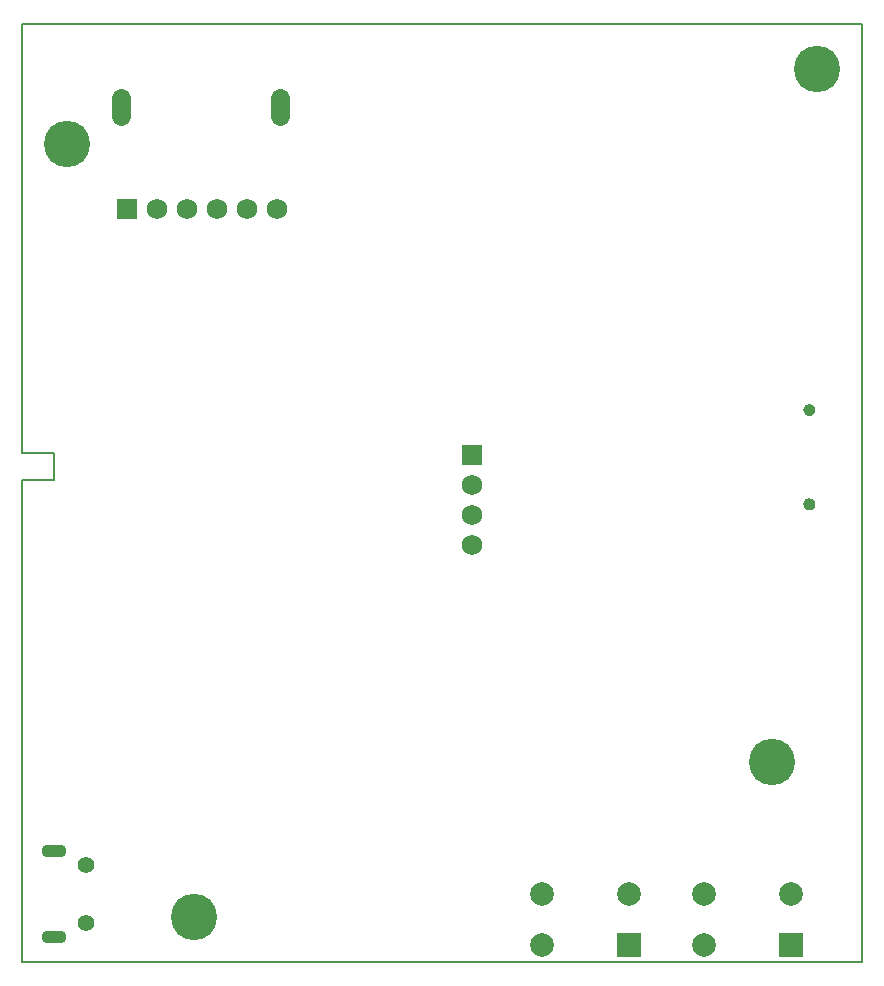
<source format=gbs>
G75*
%MOIN*%
%OFA0B0*%
%FSLAX25Y25*%
%IPPOS*%
%LPD*%
%AMOC8*
5,1,8,0,0,1.08239X$1,22.5*
%
%ADD10C,0.00600*%
%ADD11C,0.00000*%
%ADD12C,0.03943*%
%ADD13C,0.06400*%
%ADD14C,0.05550*%
%ADD15C,0.04400*%
%ADD16R,0.07900X0.07900*%
%ADD17C,0.07900*%
%ADD18R,0.06900X0.06900*%
%ADD19C,0.06900*%
%ADD20C,0.15424*%
D10*
X0011353Y0001400D02*
X0011353Y0161900D01*
X0022103Y0161900D01*
X0022103Y0170900D01*
X0011353Y0170900D01*
X0011353Y0313900D01*
X0291353Y0313900D01*
X0291353Y0001400D01*
X0011353Y0001400D01*
D11*
X0011404Y0127817D02*
X0011404Y0161872D01*
X0022034Y0161872D01*
X0022034Y0170928D01*
X0011404Y0170928D01*
X0011404Y0186872D01*
X0271920Y0185408D02*
X0271922Y0185492D01*
X0271928Y0185575D01*
X0271938Y0185658D01*
X0271952Y0185741D01*
X0271969Y0185823D01*
X0271991Y0185904D01*
X0272016Y0185983D01*
X0272045Y0186062D01*
X0272078Y0186139D01*
X0272114Y0186214D01*
X0272154Y0186288D01*
X0272197Y0186360D01*
X0272244Y0186429D01*
X0272294Y0186496D01*
X0272347Y0186561D01*
X0272403Y0186623D01*
X0272461Y0186683D01*
X0272523Y0186740D01*
X0272587Y0186793D01*
X0272654Y0186844D01*
X0272723Y0186891D01*
X0272794Y0186936D01*
X0272867Y0186976D01*
X0272942Y0187013D01*
X0273019Y0187047D01*
X0273097Y0187077D01*
X0273176Y0187103D01*
X0273257Y0187126D01*
X0273339Y0187144D01*
X0273421Y0187159D01*
X0273504Y0187170D01*
X0273587Y0187177D01*
X0273671Y0187180D01*
X0273755Y0187179D01*
X0273838Y0187174D01*
X0273922Y0187165D01*
X0274004Y0187152D01*
X0274086Y0187136D01*
X0274167Y0187115D01*
X0274248Y0187091D01*
X0274326Y0187063D01*
X0274404Y0187031D01*
X0274480Y0186995D01*
X0274554Y0186956D01*
X0274626Y0186914D01*
X0274696Y0186868D01*
X0274764Y0186819D01*
X0274829Y0186767D01*
X0274892Y0186712D01*
X0274952Y0186654D01*
X0275010Y0186593D01*
X0275064Y0186529D01*
X0275116Y0186463D01*
X0275164Y0186395D01*
X0275209Y0186324D01*
X0275250Y0186251D01*
X0275289Y0186177D01*
X0275323Y0186101D01*
X0275354Y0186023D01*
X0275381Y0185944D01*
X0275405Y0185863D01*
X0275424Y0185782D01*
X0275440Y0185700D01*
X0275452Y0185617D01*
X0275460Y0185533D01*
X0275464Y0185450D01*
X0275464Y0185366D01*
X0275460Y0185283D01*
X0275452Y0185199D01*
X0275440Y0185116D01*
X0275424Y0185034D01*
X0275405Y0184953D01*
X0275381Y0184872D01*
X0275354Y0184793D01*
X0275323Y0184715D01*
X0275289Y0184639D01*
X0275250Y0184565D01*
X0275209Y0184492D01*
X0275164Y0184421D01*
X0275116Y0184353D01*
X0275064Y0184287D01*
X0275010Y0184223D01*
X0274952Y0184162D01*
X0274892Y0184104D01*
X0274829Y0184049D01*
X0274764Y0183997D01*
X0274696Y0183948D01*
X0274626Y0183902D01*
X0274554Y0183860D01*
X0274480Y0183821D01*
X0274404Y0183785D01*
X0274326Y0183753D01*
X0274248Y0183725D01*
X0274167Y0183701D01*
X0274086Y0183680D01*
X0274004Y0183664D01*
X0273922Y0183651D01*
X0273838Y0183642D01*
X0273755Y0183637D01*
X0273671Y0183636D01*
X0273587Y0183639D01*
X0273504Y0183646D01*
X0273421Y0183657D01*
X0273339Y0183672D01*
X0273257Y0183690D01*
X0273176Y0183713D01*
X0273097Y0183739D01*
X0273019Y0183769D01*
X0272942Y0183803D01*
X0272867Y0183840D01*
X0272794Y0183880D01*
X0272723Y0183925D01*
X0272654Y0183972D01*
X0272587Y0184023D01*
X0272523Y0184076D01*
X0272461Y0184133D01*
X0272403Y0184193D01*
X0272347Y0184255D01*
X0272294Y0184320D01*
X0272244Y0184387D01*
X0272197Y0184456D01*
X0272154Y0184528D01*
X0272114Y0184602D01*
X0272078Y0184677D01*
X0272045Y0184754D01*
X0272016Y0184833D01*
X0271991Y0184912D01*
X0271969Y0184993D01*
X0271952Y0185075D01*
X0271938Y0185158D01*
X0271928Y0185241D01*
X0271922Y0185324D01*
X0271920Y0185408D01*
X0271920Y0153912D02*
X0271922Y0153996D01*
X0271928Y0154079D01*
X0271938Y0154162D01*
X0271952Y0154245D01*
X0271969Y0154327D01*
X0271991Y0154408D01*
X0272016Y0154487D01*
X0272045Y0154566D01*
X0272078Y0154643D01*
X0272114Y0154718D01*
X0272154Y0154792D01*
X0272197Y0154864D01*
X0272244Y0154933D01*
X0272294Y0155000D01*
X0272347Y0155065D01*
X0272403Y0155127D01*
X0272461Y0155187D01*
X0272523Y0155244D01*
X0272587Y0155297D01*
X0272654Y0155348D01*
X0272723Y0155395D01*
X0272794Y0155440D01*
X0272867Y0155480D01*
X0272942Y0155517D01*
X0273019Y0155551D01*
X0273097Y0155581D01*
X0273176Y0155607D01*
X0273257Y0155630D01*
X0273339Y0155648D01*
X0273421Y0155663D01*
X0273504Y0155674D01*
X0273587Y0155681D01*
X0273671Y0155684D01*
X0273755Y0155683D01*
X0273838Y0155678D01*
X0273922Y0155669D01*
X0274004Y0155656D01*
X0274086Y0155640D01*
X0274167Y0155619D01*
X0274248Y0155595D01*
X0274326Y0155567D01*
X0274404Y0155535D01*
X0274480Y0155499D01*
X0274554Y0155460D01*
X0274626Y0155418D01*
X0274696Y0155372D01*
X0274764Y0155323D01*
X0274829Y0155271D01*
X0274892Y0155216D01*
X0274952Y0155158D01*
X0275010Y0155097D01*
X0275064Y0155033D01*
X0275116Y0154967D01*
X0275164Y0154899D01*
X0275209Y0154828D01*
X0275250Y0154755D01*
X0275289Y0154681D01*
X0275323Y0154605D01*
X0275354Y0154527D01*
X0275381Y0154448D01*
X0275405Y0154367D01*
X0275424Y0154286D01*
X0275440Y0154204D01*
X0275452Y0154121D01*
X0275460Y0154037D01*
X0275464Y0153954D01*
X0275464Y0153870D01*
X0275460Y0153787D01*
X0275452Y0153703D01*
X0275440Y0153620D01*
X0275424Y0153538D01*
X0275405Y0153457D01*
X0275381Y0153376D01*
X0275354Y0153297D01*
X0275323Y0153219D01*
X0275289Y0153143D01*
X0275250Y0153069D01*
X0275209Y0152996D01*
X0275164Y0152925D01*
X0275116Y0152857D01*
X0275064Y0152791D01*
X0275010Y0152727D01*
X0274952Y0152666D01*
X0274892Y0152608D01*
X0274829Y0152553D01*
X0274764Y0152501D01*
X0274696Y0152452D01*
X0274626Y0152406D01*
X0274554Y0152364D01*
X0274480Y0152325D01*
X0274404Y0152289D01*
X0274326Y0152257D01*
X0274248Y0152229D01*
X0274167Y0152205D01*
X0274086Y0152184D01*
X0274004Y0152168D01*
X0273922Y0152155D01*
X0273838Y0152146D01*
X0273755Y0152141D01*
X0273671Y0152140D01*
X0273587Y0152143D01*
X0273504Y0152150D01*
X0273421Y0152161D01*
X0273339Y0152176D01*
X0273257Y0152194D01*
X0273176Y0152217D01*
X0273097Y0152243D01*
X0273019Y0152273D01*
X0272942Y0152307D01*
X0272867Y0152344D01*
X0272794Y0152384D01*
X0272723Y0152429D01*
X0272654Y0152476D01*
X0272587Y0152527D01*
X0272523Y0152580D01*
X0272461Y0152637D01*
X0272403Y0152697D01*
X0272347Y0152759D01*
X0272294Y0152824D01*
X0272244Y0152891D01*
X0272197Y0152960D01*
X0272154Y0153032D01*
X0272114Y0153106D01*
X0272078Y0153181D01*
X0272045Y0153258D01*
X0272016Y0153337D01*
X0271991Y0153416D01*
X0271969Y0153497D01*
X0271952Y0153579D01*
X0271938Y0153662D01*
X0271928Y0153745D01*
X0271922Y0153828D01*
X0271920Y0153912D01*
D12*
X0273692Y0153912D03*
X0273692Y0185408D03*
D13*
X0097353Y0283150D02*
X0097353Y0289150D01*
X0044353Y0289150D02*
X0044353Y0283150D01*
D14*
X0032851Y0033447D03*
X0032851Y0014353D03*
D15*
X0024003Y0009628D03*
X0022003Y0009628D03*
X0020003Y0009628D03*
X0020003Y0038172D03*
X0022003Y0038172D03*
X0024003Y0038172D03*
D16*
X0213853Y0006900D03*
X0267853Y0006900D03*
D17*
X0267853Y0023900D03*
X0238853Y0023900D03*
X0238853Y0006900D03*
X0213853Y0023900D03*
X0184853Y0023900D03*
X0184853Y0006900D03*
D18*
X0161353Y0170400D03*
X0046353Y0252400D03*
D19*
X0056353Y0252400D03*
X0066353Y0252400D03*
X0076353Y0252400D03*
X0086353Y0252400D03*
X0096353Y0252400D03*
X0161353Y0160400D03*
X0161353Y0150400D03*
X0161353Y0140400D03*
D20*
X0261353Y0067900D03*
X0068853Y0016400D03*
X0026353Y0273900D03*
X0276353Y0298900D03*
M02*

</source>
